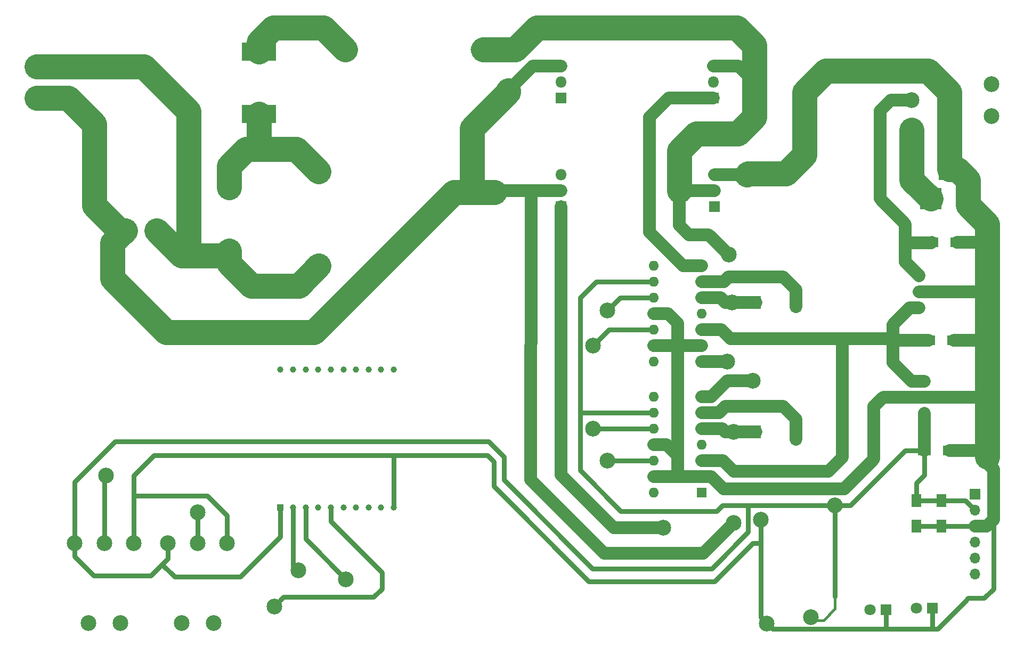
<source format=gbr>
G04 #@! TF.FileFunction,Copper,L2,Bot,Signal*
%FSLAX46Y46*%
G04 Gerber Fmt 4.6, Leading zero omitted, Abs format (unit mm)*
G04 Created by KiCad (PCBNEW 4.0.6) date 10/19/17 19:30:53*
%MOMM*%
%LPD*%
G01*
G04 APERTURE LIST*
%ADD10C,0.100000*%
%ADD11R,5.400040X2.900680*%
%ADD12R,1.600000X2.000000*%
%ADD13R,2.000000X1.600000*%
%ADD14C,2.400000*%
%ADD15C,2.000000*%
%ADD16R,1.600000X1.600000*%
%ADD17O,1.600000X1.600000*%
%ADD18R,1.700000X1.700000*%
%ADD19O,1.700000X1.700000*%
%ADD20R,2.500000X2.500000*%
%ADD21C,2.500000*%
%ADD22R,1.800000X1.800000*%
%ADD23O,1.800000X1.800000*%
%ADD24C,1.000000*%
%ADD25O,4.000000X2.500000*%
%ADD26R,3.500000X3.500000*%
%ADD27C,1.600000*%
%ADD28R,1.000000X1.000000*%
%ADD29C,1.800000*%
%ADD30C,4.000000*%
%ADD31C,0.800000*%
%ADD32C,0.450000*%
%ADD33C,2.000000*%
G04 APERTURE END LIST*
D10*
D11*
X126238000Y-53596540D03*
X126238000Y-63497460D03*
D12*
X230759000Y-125000000D03*
X230759000Y-129000000D03*
X234696000Y-125000000D03*
X234696000Y-129000000D03*
D13*
X233204000Y-83898000D03*
X237204000Y-83898000D03*
X232696000Y-99519000D03*
X236696000Y-99519000D03*
X232000000Y-117000000D03*
X236000000Y-117000000D03*
D12*
X205232000Y-89440000D03*
X205232000Y-93440000D03*
X205232000Y-110014000D03*
X205232000Y-114014000D03*
D14*
X135763000Y-87630000D03*
X135763000Y-72630000D03*
D15*
X121539000Y-85217000D03*
X121539000Y-75217000D03*
D14*
X100076000Y-69977000D03*
X115076000Y-69977000D03*
D16*
X211582000Y-94107000D03*
D17*
X211582000Y-99187000D03*
D16*
X211582000Y-115189000D03*
D17*
X211582000Y-120269000D03*
D18*
X240030000Y-123952000D03*
D19*
X240030000Y-126492000D03*
X240030000Y-129032000D03*
X240030000Y-131572000D03*
X240030000Y-134112000D03*
X240030000Y-136652000D03*
D20*
X91000000Y-56000000D03*
D21*
X91000000Y-61000000D03*
D22*
X198501000Y-60960000D03*
D23*
X198501000Y-58420000D03*
X198501000Y-55880000D03*
D22*
X198628000Y-78232000D03*
D23*
X198628000Y-75692000D03*
X198628000Y-73152000D03*
D22*
X174244000Y-60960000D03*
D23*
X174244000Y-58420000D03*
X174244000Y-55880000D03*
D22*
X174244000Y-78232000D03*
D23*
X174244000Y-75692000D03*
X174244000Y-73152000D03*
D16*
X196596000Y-102870000D03*
D17*
X188976000Y-87630000D03*
X196596000Y-100330000D03*
X188976000Y-90170000D03*
X196596000Y-97790000D03*
X188976000Y-92710000D03*
X196596000Y-95250000D03*
X188976000Y-95250000D03*
X196596000Y-92710000D03*
X188976000Y-97790000D03*
X196596000Y-90170000D03*
X188976000Y-100330000D03*
X196596000Y-87630000D03*
X188976000Y-102870000D03*
D16*
X196596000Y-123698000D03*
D17*
X188976000Y-108458000D03*
X196596000Y-121158000D03*
X188976000Y-110998000D03*
X196596000Y-118618000D03*
X188976000Y-113538000D03*
X196596000Y-116078000D03*
X188976000Y-116078000D03*
X196596000Y-113538000D03*
X188976000Y-118618000D03*
X196596000Y-110998000D03*
X188976000Y-121158000D03*
X196596000Y-108458000D03*
X188976000Y-123698000D03*
D24*
X231140000Y-89232000D03*
X231140000Y-91772000D03*
X231140000Y-94312000D03*
X232000000Y-106000000D03*
X232000000Y-108540000D03*
X232000000Y-111080000D03*
D21*
X230000000Y-66000000D03*
X230000000Y-61300000D03*
X230000000Y-56600000D03*
X242700000Y-63840000D03*
X242700000Y-58760000D03*
D25*
X161954000Y-53213000D03*
X139954000Y-53213000D03*
D26*
X233000000Y-77000000D03*
X239000000Y-77000000D03*
X236000000Y-72300000D03*
D27*
X105000000Y-82000000D03*
X110000000Y-82000000D03*
D21*
X97000000Y-131700000D03*
X101700000Y-131700000D03*
X106400000Y-131700000D03*
X99160000Y-144400000D03*
X104240000Y-144400000D03*
X111800000Y-131700000D03*
X116500000Y-131700000D03*
X121200000Y-131700000D03*
X113960000Y-144400000D03*
X119040000Y-144400000D03*
D28*
X129700000Y-126100000D03*
D24*
X131700000Y-126100000D03*
X133700000Y-126100000D03*
X135700000Y-126100000D03*
X137700000Y-126100000D03*
X139700000Y-126100000D03*
X141700000Y-126100000D03*
X143700000Y-126100000D03*
X145700000Y-126100000D03*
X147700000Y-126100000D03*
X147700000Y-104100000D03*
X145700000Y-104100000D03*
X143700000Y-104100000D03*
X141700000Y-104100000D03*
X139700000Y-104100000D03*
X137700000Y-104100000D03*
X135700000Y-104100000D03*
X133700000Y-104100000D03*
X131700000Y-104100000D03*
X129700000Y-104100000D03*
D22*
X225900000Y-142300000D03*
D29*
X223360000Y-142300000D03*
D22*
X233300000Y-142100000D03*
D29*
X230760000Y-142100000D03*
D21*
X214000000Y-143500000D03*
X217805000Y-125730000D03*
X207000000Y-144500000D03*
X205994000Y-128016000D03*
X201676000Y-128524000D03*
X201676000Y-114046000D03*
X200660000Y-102870000D03*
X204724000Y-105918000D03*
X190500000Y-129286000D03*
X132500000Y-136100000D03*
X128700000Y-141800000D03*
X181610000Y-118618000D03*
X181610000Y-94742000D03*
X179324000Y-113538000D03*
X179324000Y-100330000D03*
X140100000Y-137500000D03*
X201422000Y-93440000D03*
X200914000Y-85852000D03*
X102000000Y-121000000D03*
X116500000Y-126800000D03*
D30*
X126238000Y-53596540D02*
X126238000Y-52070000D01*
X136525000Y-49784000D02*
X139954000Y-53213000D01*
X128524000Y-49784000D02*
X136525000Y-49784000D01*
X126238000Y-52070000D02*
X128524000Y-49784000D01*
X126238000Y-63497460D02*
X126238000Y-69088000D01*
X126238000Y-69088000D02*
X126238000Y-68580000D01*
X126238000Y-68580000D02*
X126238000Y-69088000D01*
X121539000Y-75217000D02*
X121539000Y-71755000D01*
X132221000Y-69088000D02*
X135763000Y-72630000D01*
X124206000Y-69088000D02*
X126238000Y-69088000D01*
X126238000Y-69088000D02*
X132221000Y-69088000D01*
X121539000Y-71755000D02*
X124206000Y-69088000D01*
D31*
X110900000Y-135100000D02*
X112900000Y-137100000D01*
X129700000Y-130700000D02*
X129700000Y-126100000D01*
X123300000Y-137100000D02*
X129700000Y-130700000D01*
X112900000Y-137100000D02*
X123300000Y-137100000D01*
X97000000Y-131700000D02*
X97000000Y-133900000D01*
X111800000Y-134200000D02*
X111800000Y-131700000D01*
X109100000Y-136900000D02*
X110900000Y-135100000D01*
X110900000Y-135100000D02*
X111800000Y-134200000D01*
X100000000Y-136900000D02*
X109100000Y-136900000D01*
X97000000Y-133900000D02*
X100000000Y-136900000D01*
X97000000Y-131700000D02*
X97000000Y-122000000D01*
X204000000Y-130000000D02*
X198200000Y-135800000D01*
X198200000Y-135800000D02*
X179300000Y-135800000D01*
X179300000Y-135800000D02*
X165200000Y-121700000D01*
X165200000Y-121700000D02*
X165200000Y-118000000D01*
X165200000Y-118000000D02*
X162800000Y-115600000D01*
X204000000Y-130000000D02*
X204000000Y-125730000D01*
X103400000Y-115600000D02*
X162800000Y-115600000D01*
X97000000Y-122000000D02*
X103400000Y-115600000D01*
D32*
X217805000Y-142195000D02*
X216000000Y-144000000D01*
X214500000Y-144000000D02*
X216000000Y-144000000D01*
X214000000Y-143500000D02*
X214500000Y-144000000D01*
X217805000Y-140208000D02*
X217805000Y-142000000D01*
X217805000Y-142000000D02*
X217805000Y-142195000D01*
D31*
X217805000Y-140000000D02*
X217805000Y-140208000D01*
X217805000Y-140000000D02*
X217805000Y-139500000D01*
X217805000Y-139500000D02*
X217805000Y-139000000D01*
X217805000Y-139000000D02*
X217805000Y-125730000D01*
X230759000Y-125000000D02*
X230759000Y-122141000D01*
X232000000Y-120900000D02*
X232000000Y-117000000D01*
X230759000Y-122141000D02*
X232000000Y-120900000D01*
X234696000Y-125000000D02*
X238538000Y-125000000D01*
X238538000Y-125000000D02*
X240030000Y-126492000D01*
X230759000Y-125000000D02*
X234696000Y-125000000D01*
X217805000Y-125730000D02*
X220270000Y-125730000D01*
X220270000Y-125730000D02*
X229000000Y-117000000D01*
X229000000Y-117000000D02*
X232000000Y-117000000D01*
D33*
X232000000Y-111080000D02*
X232000000Y-117000000D01*
D31*
X188976000Y-110998000D02*
X177292000Y-110998000D01*
X187579000Y-126619000D02*
X183769000Y-126619000D01*
X199009000Y-126619000D02*
X187579000Y-126619000D01*
X199898000Y-125730000D02*
X199009000Y-126619000D01*
X217805000Y-125730000D02*
X204000000Y-125730000D01*
X204000000Y-125730000D02*
X199898000Y-125730000D01*
X179832000Y-90170000D02*
X188976000Y-90170000D01*
X177292000Y-92710000D02*
X179832000Y-90170000D01*
X177292000Y-120142000D02*
X177292000Y-110998000D01*
X177292000Y-110998000D02*
X177292000Y-92710000D01*
X183769000Y-126619000D02*
X177292000Y-120142000D01*
X225900000Y-142300000D02*
X225900000Y-145400000D01*
X225900000Y-145400000D02*
X225900000Y-145200000D01*
X225900000Y-145200000D02*
X225900000Y-145400000D01*
X233300000Y-142100000D02*
X233300000Y-145400000D01*
X233300000Y-145400000D02*
X233300000Y-145300000D01*
X233300000Y-145300000D02*
X233300000Y-145400000D01*
X121200000Y-131700000D02*
X121200000Y-127300000D01*
X118100000Y-124200000D02*
X106400000Y-124200000D01*
X121200000Y-127300000D02*
X118100000Y-124200000D01*
X147700000Y-126100000D02*
X147700000Y-117800000D01*
X147700000Y-117800000D02*
X147700000Y-118000000D01*
X147700000Y-118000000D02*
X147700000Y-117800000D01*
X106400000Y-131700000D02*
X106400000Y-124200000D01*
X106400000Y-124200000D02*
X106400000Y-121000000D01*
X204800000Y-131700000D02*
X198700000Y-137800000D01*
X198700000Y-137800000D02*
X178700000Y-137800000D01*
X178700000Y-137800000D02*
X163600000Y-122700000D01*
X163600000Y-122700000D02*
X163600000Y-118800000D01*
X163600000Y-118800000D02*
X162600000Y-117800000D01*
X204800000Y-131700000D02*
X205994000Y-131700000D01*
X109600000Y-117800000D02*
X147700000Y-117800000D01*
X147700000Y-117800000D02*
X162600000Y-117800000D01*
X106400000Y-121000000D02*
X109600000Y-117800000D01*
X207350000Y-144850000D02*
X207000000Y-144500000D01*
X205994000Y-141000000D02*
X206000000Y-141000000D01*
X206000000Y-141000000D02*
X205994000Y-141000000D01*
X243000000Y-128000000D02*
X243000000Y-139000000D01*
X241500000Y-140500000D02*
X243000000Y-139000000D01*
X234696000Y-129000000D02*
X239998000Y-129000000D01*
X239998000Y-129000000D02*
X240030000Y-129032000D01*
X230759000Y-129000000D02*
X234696000Y-129000000D01*
D33*
X196596000Y-121158000D02*
X198158000Y-121158000D01*
X225460000Y-108540000D02*
X232000000Y-108540000D01*
X224000000Y-110000000D02*
X225460000Y-108540000D01*
X224000000Y-118400000D02*
X224000000Y-110000000D01*
X219300000Y-123100000D02*
X224000000Y-118400000D01*
X200100000Y-123100000D02*
X219300000Y-123100000D01*
X198158000Y-121158000D02*
X200100000Y-123100000D01*
X198628000Y-73152000D02*
X203848000Y-73152000D01*
D30*
X216400000Y-56600000D02*
X230000000Y-56600000D01*
X213000000Y-60000000D02*
X216400000Y-56600000D01*
X213000000Y-70000000D02*
X213000000Y-60000000D01*
X210000000Y-73000000D02*
X213000000Y-70000000D01*
X204000000Y-73000000D02*
X210000000Y-73000000D01*
X203848000Y-73152000D02*
X204000000Y-73000000D01*
D33*
X242000000Y-118000000D02*
X242000000Y-119000000D01*
D30*
X242000000Y-117000000D02*
X242000000Y-118000000D01*
D33*
X243000000Y-120000000D02*
X243000000Y-128000000D01*
X242000000Y-119000000D02*
X243000000Y-120000000D01*
X241968000Y-129032000D02*
X240030000Y-129032000D01*
X243000000Y-128000000D02*
X241968000Y-129032000D01*
X236000000Y-117000000D02*
X242000000Y-117000000D01*
X242000000Y-117000000D02*
X241000000Y-117000000D01*
X241000000Y-117000000D02*
X242000000Y-117000000D01*
X232000000Y-108540000D02*
X242000000Y-108540000D01*
X242000000Y-108540000D02*
X241460000Y-108000000D01*
X241460000Y-108000000D02*
X241000000Y-108000000D01*
X241000000Y-108000000D02*
X242000000Y-108000000D01*
X236696000Y-99519000D02*
X242000000Y-99519000D01*
X241000000Y-100000000D02*
X242000000Y-100000000D01*
X241519000Y-100000000D02*
X241000000Y-100000000D01*
X242000000Y-99519000D02*
X241519000Y-100000000D01*
X237204000Y-83898000D02*
X242000000Y-83898000D01*
X241000000Y-84000000D02*
X242000000Y-84000000D01*
X241898000Y-84000000D02*
X241000000Y-84000000D01*
X242000000Y-83898000D02*
X241898000Y-84000000D01*
X231140000Y-91772000D02*
X242000000Y-91772000D01*
X242000000Y-91772000D02*
X242000000Y-92000000D01*
D30*
X239000000Y-77000000D02*
X239000000Y-78000000D01*
X239000000Y-78000000D02*
X242000000Y-81000000D01*
X242000000Y-81000000D02*
X242000000Y-84000000D01*
X242000000Y-84000000D02*
X242000000Y-92000000D01*
X242000000Y-92000000D02*
X242000000Y-100000000D01*
X242000000Y-100000000D02*
X242000000Y-108000000D01*
X242000000Y-108000000D02*
X242000000Y-117000000D01*
X236000000Y-72300000D02*
X236000000Y-60000000D01*
X236000000Y-60000000D02*
X232600000Y-56600000D01*
X232600000Y-56600000D02*
X230000000Y-56600000D01*
X239000000Y-77000000D02*
X239000000Y-74000000D01*
X239000000Y-74000000D02*
X237300000Y-72300000D01*
X237300000Y-72300000D02*
X236000000Y-72300000D01*
D33*
X188976000Y-95250000D02*
X191262000Y-95250000D01*
X192786000Y-96774000D02*
X192786000Y-100330000D01*
X191262000Y-95250000D02*
X192786000Y-96774000D01*
X192786000Y-100330000D02*
X193040000Y-100330000D01*
X192786000Y-121158000D02*
X192786000Y-100330000D01*
X193040000Y-100330000D02*
X196596000Y-100330000D01*
X188976000Y-100330000D02*
X193040000Y-100330000D01*
X188976000Y-116078000D02*
X191008000Y-116078000D01*
X192786000Y-121158000D02*
X192786000Y-117856000D01*
X191008000Y-116078000D02*
X192786000Y-117856000D01*
X188976000Y-121158000D02*
X192786000Y-121158000D01*
X192786000Y-121158000D02*
X196596000Y-121158000D01*
D31*
X207350000Y-144850000D02*
X207900000Y-145400000D01*
X239000000Y-140500000D02*
X241500000Y-140500000D01*
X235000000Y-144500000D02*
X237500000Y-142000000D01*
X237500000Y-142000000D02*
X238000000Y-141500000D01*
X238000000Y-141500000D02*
X238500000Y-141000000D01*
X238500000Y-141000000D02*
X239000000Y-140500000D01*
X207000000Y-144500000D02*
X206000000Y-143500000D01*
X234100000Y-145400000D02*
X235000000Y-144500000D01*
X207900000Y-145400000D02*
X225900000Y-145400000D01*
X225900000Y-145400000D02*
X233300000Y-145400000D01*
X233300000Y-145400000D02*
X234100000Y-145400000D01*
X205994000Y-128016000D02*
X205994000Y-131700000D01*
X205994000Y-131700000D02*
X205994000Y-136000000D01*
X205994000Y-136000000D02*
X205994000Y-141000000D01*
X205994000Y-141000000D02*
X205994000Y-143494000D01*
X205994000Y-143494000D02*
X206000000Y-143500000D01*
D33*
X229000000Y-84000000D02*
X233102000Y-84000000D01*
X233102000Y-84000000D02*
X233204000Y-83898000D01*
X231140000Y-89232000D02*
X231140000Y-89140000D01*
X231140000Y-89140000D02*
X229000000Y-87000000D01*
X229000000Y-87000000D02*
X229000000Y-84000000D01*
X229000000Y-84000000D02*
X229000000Y-81000000D01*
X226700000Y-61300000D02*
X230000000Y-61300000D01*
X225000000Y-63000000D02*
X226700000Y-61300000D01*
X225000000Y-77000000D02*
X225000000Y-63000000D01*
X229000000Y-81000000D02*
X225000000Y-77000000D01*
X232696000Y-99519000D02*
X227000000Y-99519000D01*
X227000000Y-99519000D02*
X227000000Y-100000000D01*
X219456000Y-99187000D02*
X227000000Y-99187000D01*
X227000000Y-99187000D02*
X227000000Y-100000000D01*
X231140000Y-94312000D02*
X229688000Y-94312000D01*
X229688000Y-94312000D02*
X227000000Y-97000000D01*
X227000000Y-97000000D02*
X227000000Y-100000000D01*
X230000000Y-106000000D02*
X232000000Y-106000000D01*
X227000000Y-100000000D02*
X227000000Y-103000000D01*
X227000000Y-103000000D02*
X230000000Y-106000000D01*
X218948000Y-99187000D02*
X219456000Y-99187000D01*
X211582000Y-120269000D02*
X216789000Y-120269000D01*
X216789000Y-120269000D02*
X218948000Y-118110000D01*
X218948000Y-118110000D02*
X218948000Y-99187000D01*
X196596000Y-118618000D02*
X200025000Y-118618000D01*
X200025000Y-118618000D02*
X201676000Y-120269000D01*
X201676000Y-120269000D02*
X211582000Y-120269000D01*
X211582000Y-99187000D02*
X218948000Y-99187000D01*
X218948000Y-99187000D02*
X219456000Y-99187000D01*
X196596000Y-97790000D02*
X199771000Y-97790000D01*
X199771000Y-97790000D02*
X201168000Y-99187000D01*
X201168000Y-99187000D02*
X211582000Y-99187000D01*
X205232000Y-89440000D02*
X200882000Y-89440000D01*
X200152000Y-90170000D02*
X196596000Y-90170000D01*
X200882000Y-89440000D02*
X200152000Y-90170000D01*
X211582000Y-94107000D02*
X211582000Y-91440000D01*
X209582000Y-89440000D02*
X205232000Y-89440000D01*
X211582000Y-91440000D02*
X209582000Y-89440000D01*
X196596000Y-110998000D02*
X199390000Y-110998000D01*
X200374000Y-110014000D02*
X205232000Y-110014000D01*
X199390000Y-110998000D02*
X200374000Y-110014000D01*
X211582000Y-115189000D02*
X211582000Y-112014000D01*
X209582000Y-110014000D02*
X205232000Y-110014000D01*
X211582000Y-112014000D02*
X209582000Y-110014000D01*
D30*
X100076000Y-69977000D02*
X100076000Y-65076000D01*
X96000000Y-61000000D02*
X91000000Y-61000000D01*
X100076000Y-65076000D02*
X96000000Y-61000000D01*
D33*
X174244000Y-55880000D02*
X169820000Y-55880000D01*
D30*
X160100000Y-65800000D02*
X160100000Y-75946000D01*
X165900000Y-60000000D02*
X160100000Y-65800000D01*
X165900000Y-59800000D02*
X165900000Y-60000000D01*
D33*
X169820000Y-55880000D02*
X165900000Y-59800000D01*
D30*
X100076000Y-69977000D02*
X100076000Y-78076000D01*
X100076000Y-78076000D02*
X104500000Y-82500000D01*
X104500000Y-82500000D02*
X105000000Y-82000000D01*
X102997000Y-89662000D02*
X102997000Y-84003000D01*
X157226000Y-75946000D02*
X160100000Y-75946000D01*
X160100000Y-75946000D02*
X163703000Y-75946000D01*
X135001000Y-98171000D02*
X157226000Y-75946000D01*
X111506000Y-98171000D02*
X135001000Y-98171000D01*
X102997000Y-89662000D02*
X111506000Y-98171000D01*
D33*
X163957000Y-75692000D02*
X163703000Y-75946000D01*
D30*
X102997000Y-84003000D02*
X105000000Y-82000000D01*
D33*
X169418000Y-121666000D02*
X181102000Y-133350000D01*
X196850000Y-133350000D02*
X201676000Y-128524000D01*
X181102000Y-133350000D02*
X196850000Y-133350000D01*
X169418000Y-118364000D02*
X169545000Y-82169000D01*
X169545000Y-82169000D02*
X169545000Y-75692000D01*
X169418000Y-118364000D02*
X169418000Y-121666000D01*
X201676000Y-114046000D02*
X201676000Y-114014000D01*
X201676000Y-114014000D02*
X201676000Y-114046000D01*
X201676000Y-114046000D02*
X201676000Y-114014000D01*
X196596000Y-113538000D02*
X199898000Y-113538000D01*
X200374000Y-114014000D02*
X201676000Y-114014000D01*
X201676000Y-114014000D02*
X205232000Y-114014000D01*
X199898000Y-113538000D02*
X200374000Y-114014000D01*
X174244000Y-75692000D02*
X169545000Y-75692000D01*
X169545000Y-75692000D02*
X163957000Y-75692000D01*
D30*
X91000000Y-56000000D02*
X108000000Y-56000000D01*
X115076000Y-63076000D02*
X115076000Y-69977000D01*
X108000000Y-56000000D02*
X115076000Y-63076000D01*
X115076000Y-79107000D02*
X115076000Y-84924000D01*
X115076000Y-69977000D02*
X115076000Y-79107000D01*
X115076000Y-84924000D02*
X114000000Y-86000000D01*
X110000000Y-82000000D02*
X114000000Y-86000000D01*
X120756000Y-86000000D02*
X121539000Y-85217000D01*
X114000000Y-86000000D02*
X120756000Y-86000000D01*
X121539000Y-85217000D02*
X121539000Y-87249000D01*
X121539000Y-87249000D02*
X125095000Y-90805000D01*
X125095000Y-90805000D02*
X132588000Y-90805000D01*
X132588000Y-90805000D02*
X135763000Y-87630000D01*
D33*
X196596000Y-87630000D02*
X193675000Y-87630000D01*
X193675000Y-87630000D02*
X188341000Y-82296000D01*
X188341000Y-82296000D02*
X188341000Y-64008000D01*
X188341000Y-64008000D02*
X191389000Y-60960000D01*
X191389000Y-60960000D02*
X198501000Y-60960000D01*
X196596000Y-102870000D02*
X200660000Y-102870000D01*
X204724000Y-105918000D02*
X200660000Y-105918000D01*
X200660000Y-105918000D02*
X198120000Y-108458000D01*
X196596000Y-108458000D02*
X198120000Y-108458000D01*
X190500000Y-129286000D02*
X182626000Y-129286000D01*
X174244000Y-120904000D02*
X174244000Y-78232000D01*
X182626000Y-129286000D02*
X174244000Y-120904000D01*
D31*
X131700000Y-135300000D02*
X131700000Y-131100000D01*
X132500000Y-136100000D02*
X131700000Y-135300000D01*
X131700000Y-126100000D02*
X131700000Y-131100000D01*
X137700000Y-128300000D02*
X137700000Y-126100000D01*
X145800000Y-136400000D02*
X137700000Y-128300000D01*
X145800000Y-139000000D02*
X145800000Y-136400000D01*
X144500000Y-140300000D02*
X145800000Y-139000000D01*
X130200000Y-140300000D02*
X144500000Y-140300000D01*
X128700000Y-141800000D02*
X130200000Y-140300000D01*
X188976000Y-118618000D02*
X181610000Y-118618000D01*
X183642000Y-92710000D02*
X188976000Y-92710000D01*
X181610000Y-94742000D02*
X183642000Y-92710000D01*
X188976000Y-113538000D02*
X179324000Y-113538000D01*
X181864000Y-97790000D02*
X188976000Y-97790000D01*
X179324000Y-100330000D02*
X181864000Y-97790000D01*
X133700000Y-126100000D02*
X133700000Y-128000000D01*
X133700000Y-131100000D02*
X133700000Y-128000000D01*
X140100000Y-137500000D02*
X133700000Y-131100000D01*
D30*
X233000000Y-77000000D02*
X230000000Y-74000000D01*
X230000000Y-74000000D02*
X230000000Y-66000000D01*
X193040000Y-75692000D02*
X193040000Y-69360000D01*
X204978000Y-64022000D02*
X204978000Y-58420000D01*
X202400000Y-66600000D02*
X204978000Y-64022000D01*
X195800000Y-66600000D02*
X202400000Y-66600000D01*
X193040000Y-69360000D02*
X195800000Y-66600000D01*
D33*
X200914000Y-85852000D02*
X200787000Y-85725000D01*
X200787000Y-85725000D02*
X200914000Y-85852000D01*
X196596000Y-92710000D02*
X199644000Y-92710000D01*
X199644000Y-92710000D02*
X200374000Y-93440000D01*
X200374000Y-93440000D02*
X201422000Y-93440000D01*
X201422000Y-93440000D02*
X205232000Y-93440000D01*
X205200000Y-93472000D02*
X205232000Y-93440000D01*
D30*
X204978000Y-58420000D02*
X204978000Y-52578000D01*
X167005000Y-53213000D02*
X161954000Y-53213000D01*
X170434000Y-49784000D02*
X167005000Y-53213000D01*
X202184000Y-49784000D02*
X170434000Y-49784000D01*
X204978000Y-52578000D02*
X202184000Y-49784000D01*
D33*
X198628000Y-75692000D02*
X193040000Y-75692000D01*
X193040000Y-75692000D02*
X193040000Y-75438000D01*
X200914000Y-85852000D02*
X197739000Y-82677000D01*
X197739000Y-82677000D02*
X194564000Y-82677000D01*
X194564000Y-82677000D02*
X193040000Y-81153000D01*
X193040000Y-81153000D02*
X193040000Y-75438000D01*
X204978000Y-58420000D02*
X202438000Y-55880000D01*
X202438000Y-55880000D02*
X198501000Y-55880000D01*
D31*
X101700000Y-131700000D02*
X101700000Y-121300000D01*
X101700000Y-121300000D02*
X102000000Y-121000000D01*
X101700000Y-121300000D02*
X102000000Y-121000000D01*
X116500000Y-126800000D02*
X116500000Y-131700000D01*
M02*

</source>
